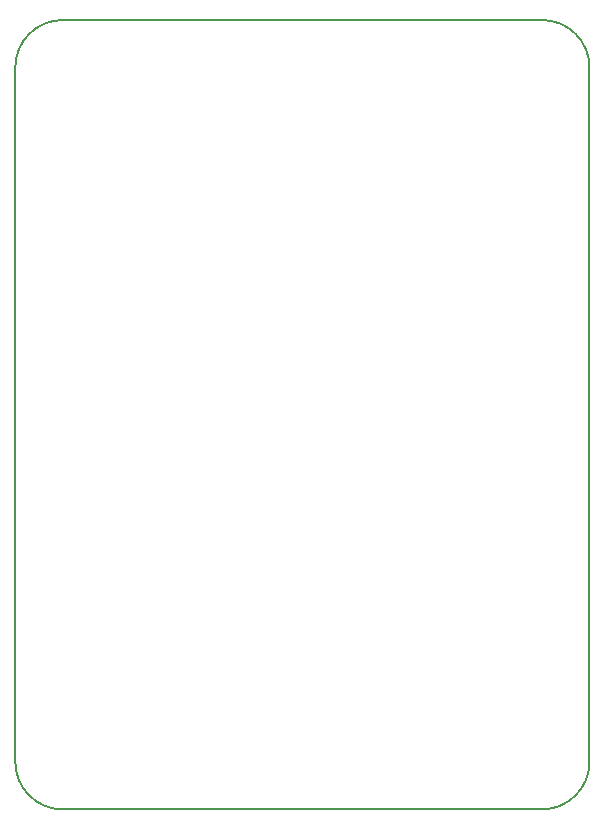
<source format=gbr>
G04 #@! TF.FileFunction,Profile,NP*
%FSLAX46Y46*%
G04 Gerber Fmt 4.6, Leading zero omitted, Abs format (unit mm)*
G04 Created by KiCad (PCBNEW 4.0.7) date 04/29/18 15:58:17*
%MOMM*%
%LPD*%
G01*
G04 APERTURE LIST*
%ADD10C,0.100000*%
%ADD11C,0.150000*%
G04 APERTURE END LIST*
D10*
D11*
X199567800Y-146050000D02*
X240157000Y-146050000D01*
X195554600Y-83235800D02*
X195554600Y-142036800D01*
X240157000Y-79222600D02*
X199567800Y-79222600D01*
X244170200Y-142036800D02*
X244170200Y-83235800D01*
X240157000Y-146050000D02*
G75*
G03X244167660Y-142039340I0J4010660D01*
G01*
X244170200Y-83233260D02*
G75*
G03X240159540Y-79222600I-4010660J0D01*
G01*
X199565260Y-79222600D02*
G75*
G03X195554600Y-83233260I0J-4010660D01*
G01*
X195554600Y-142039340D02*
G75*
G03X199565260Y-146050000I4010660J0D01*
G01*
M02*

</source>
